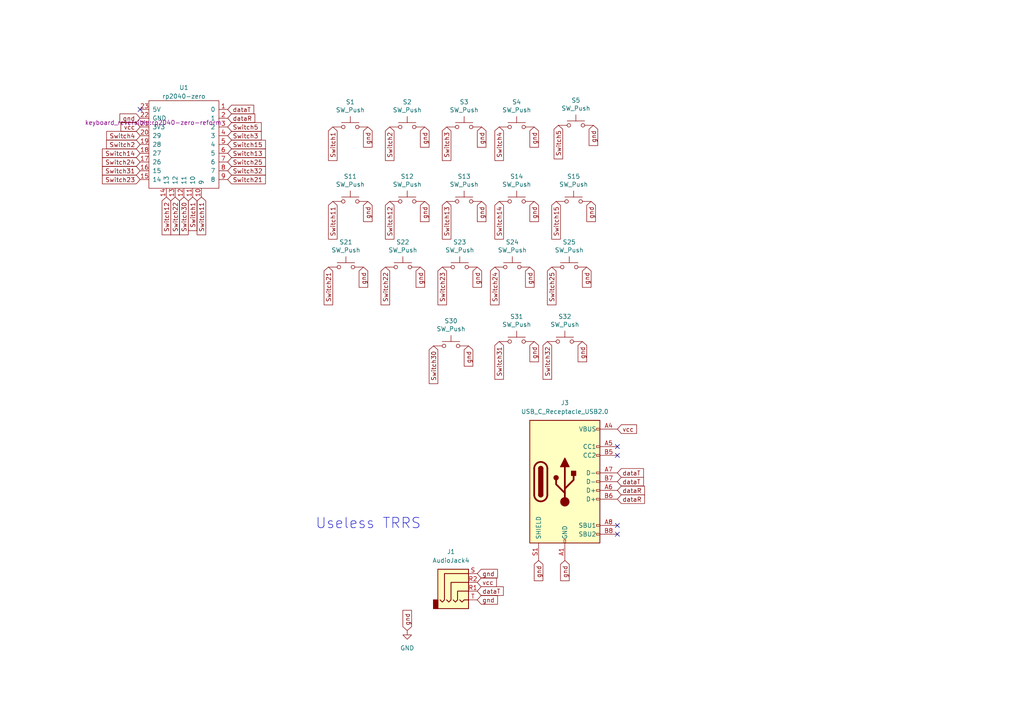
<source format=kicad_sch>
(kicad_sch (version 20230121) (generator eeschema)
  (paper "A4")
  (lib_symbols
    (symbol "Connector:USB_C_Receptacle_USB2.0" (pin_names (offset 1.016))
      (property "Reference" "J" (at -10.16 19.05 0))
      (property "Value" "USB_C_Receptacle_USB2.0" (at 19.05 19.05 0))
      (symbol "USB_C_Receptacle_USB2.0_0_0"
        (rectangle (start -0.254 -17.78) (end 0.254 -16.764))
        (rectangle (start 10.16 -14.986) (end 9.144 -15.494))
        (rectangle (start 10.16 -12.446) (end 9.144 -12.954))
        (rectangle (start 10.16 -4.826) (end 9.144 -5.334))
        (rectangle (start 10.16 -2.286) (end 9.144 -2.794))
        (rectangle (start 10.16 0.254) (end 9.144 -0.254))
        (rectangle (start 10.16 2.794) (end 9.144 2.286))
        (rectangle (start 10.16 7.874) (end 9.144 7.366))
        (rectangle (start 10.16 10.414) (end 9.144 9.906))
        (rectangle (start 10.16 15.494) (end 9.144 14.986))
      )
      (symbol "USB_C_Receptacle_USB2.0_0_1"
        (rectangle (start -10.16 17.78) (end 10.16 -17.78) (stroke (width 0.254)) (fill (type background)))
        (arc (start -8.89 -3.81) (mid -6.985 -5.7067) (end -5.08 -3.81) (stroke (width 0.508)))
        (arc (start -7.62 -3.81) (mid -6.985 -4.4423) (end -6.35 -3.81) (stroke (width 0.254)))
        (arc (start -7.62 -3.81) (mid -6.985 -4.4423) (end -6.35 -3.81) (stroke (width 0.254)) (fill (type outline)))
        (rectangle (start -7.62 -3.81) (end -6.35 3.81) (stroke (width 0.254)) (fill (type outline)))
        (arc (start -6.35 3.81) (mid -6.985 4.4423) (end -7.62 3.81) (stroke (width 0.254)))
        (arc (start -6.35 3.81) (mid -6.985 4.4423) (end -7.62 3.81) (stroke (width 0.254)) (fill (type outline)))
        (arc (start -5.08 3.81) (mid -6.985 5.7067) (end -8.89 3.81) (stroke (width 0.508)))
        (circle (center -2.54 1.143) (radius 0.635) (stroke (width 0.254)) (fill (type outline)))
        (circle (center 0 -5.842) (radius 1.27) (fill (type outline)))
        (polyline (pts (xy -8.89 -3.81) (xy -8.89 3.81)) (stroke (width 0.508)))
        (polyline (pts (xy -5.08 3.81) (xy -5.08 -3.81)) (stroke (width 0.508)))
        (polyline (pts (xy 0 -5.842) (xy 0 4.318)) (stroke (width 0.508)))
        (polyline (pts (xy 0 -3.302) (xy -2.54 -0.762) (xy -2.54 0.508)) (stroke (width 0.508)))
        (polyline (pts (xy 0 -2.032) (xy 2.54 0.508) (xy 2.54 1.778)) (stroke (width 0.508)))
        (polyline (pts (xy -1.27 4.318) (xy 0 6.858) (xy 1.27 4.318) (xy -1.27 4.318)) (stroke (width 0.254)) (fill (type outline)))
        (rectangle (start 1.905 1.778) (end 3.175 3.048) (stroke (width 0.254)) (fill (type outline)))
      )
      (symbol "USB_C_Receptacle_USB2.0_1_1"
        (pin passive line (at 0 -22.86 90) (length 5.08) (name "GND") (number "A1"))
        (pin passive line (at 0 -22.86 90) (length 5.08) hide (name "GND") (number "A12"))
        (pin passive line (at 15.24 15.24 180) (length 5.08) (name "VBUS") (number "A4"))
        (pin bidirectional line (at 15.24 10.16 180) (length 5.08) (name "CC1") (number "A5"))
        (pin bidirectional line (at 15.24 -2.54 180) (length 5.08) (name "D+") (number "A6"))
        (pin bidirectional line (at 15.24 2.54 180) (length 5.08) (name "D-") (number "A7"))
        (pin bidirectional line (at 15.24 -12.7 180) (length 5.08) (name "SBU1") (number "A8"))
        (pin passive line (at 15.24 15.24 180) (length 5.08) hide (name "VBUS") (number "A9"))
        (pin passive line (at 0 -22.86 90) (length 5.08) hide (name "GND") (number "B1"))
        (pin passive line (at 0 -22.86 90) (length 5.08) hide (name "GND") (number "B12"))
        (pin passive line (at 15.24 15.24 180) (length 5.08) hide (name "VBUS") (number "B4"))
        (pin bidirectional line (at 15.24 7.62 180) (length 5.08) (name "CC2") (number "B5"))
        (pin bidirectional line (at 15.24 -5.08 180) (length 5.08) (name "D+") (number "B6"))
        (pin bidirectional line (at 15.24 0 180) (length 5.08) (name "D-") (number "B7"))
        (pin bidirectional line (at 15.24 -15.24 180) (length 5.08) (name "SBU2") (number "B8"))
        (pin passive line (at 15.24 15.24 180) (length 5.08) hide (name "VBUS") (number "B9"))
        (pin passive line (at -7.62 -22.86 90) (length 5.08) (name "SHIELD") (number "S1"))
      )
    )
    (symbol "Connector_Audio:AudioJack4"
      (property "Reference" "J" (at 0 8.89 0))
      (property "Value" "AudioJack4" (at 0 6.35 0))
      (symbol "AudioJack4_0_1"
        (rectangle (start -6.35 -5.08) (end -7.62 -7.62) (stroke (width 0.254)) (fill (type outline)))
        (polyline (pts (xy 0 -5.08) (xy 0.635 -5.715) (xy 1.27 -5.08) (xy 2.54 -5.08)) (stroke (width 0.254)))
        (polyline (pts (xy -5.715 -5.08) (xy -5.08 -5.715) (xy -4.445 -5.08) (xy -4.445 2.54) (xy 2.54 2.54)) (stroke (width 0.254)))
        (polyline (pts (xy -1.905 -5.08) (xy -1.27 -5.715) (xy -0.635 -5.08) (xy -0.635 -2.54) (xy 2.54 -2.54)) (stroke (width 0.254)))
        (polyline (pts (xy 2.54 0) (xy -2.54 0) (xy -2.54 -5.08) (xy -3.175 -5.715) (xy -3.81 -5.08)) (stroke (width 0.254)))
        (rectangle (start 2.54 3.81) (end -6.35 -7.62) (stroke (width 0.254)) (fill (type background)))
      )
      (symbol "AudioJack4_1_1"
        (pin passive line (at 5.08 -2.54 180) (length 2.54) (name "~") (number "R1"))
        (pin passive line (at 5.08 0 180) (length 2.54) (name "~") (number "R2"))
        (pin passive line (at 5.08 2.54 180) (length 2.54) (name "~") (number "S"))
        (pin passive line (at 5.08 -5.08 180) (length 2.54) (name "~") (number "T"))
      )
    )
    (symbol "power:GND" (power) (pin_names (offset 0))
      (property "Value" "GND" (at 0 -3.81 0))
      (symbol "GND_0_1"
        (polyline (pts (xy 0 0) (xy 0 -1.27) (xy 1.27 -1.27) (xy 0 -2.54) (xy -1.27 -1.27) (xy 0 -1.27)))
      )
      (symbol "GND_1_1"
        (pin power_in line (at 0 0 270) (length 0) hide (name "GND") (number "1"))
      )
    )
    (symbol "split_keyboard:SW_Push_small" (pin_numbers hide) (pin_names (offset 1.016) hide)
      (property "Reference" "S1" (at 0 7.239 0))
      (property "Value" "SW_Push" (at 0 4.9276 0))
      (symbol "SW_Push_small_0_1"
        (circle (center -2.032 0) (radius 0.508))
        (polyline (pts (xy 0 1.27) (xy 0 3.048)))
        (polyline (pts (xy 2.54 1.27) (xy -2.54 1.27)))
        (circle (center 2.032 0) (radius 0.508))
        (pin passive line (at -5.08 0 0) (length 2.54) (name "1") (number "1"))
        (pin passive line (at 5.08 0 180) (length 2.54) (name "2") (number "2"))
      )
    )
    (symbol "split_keyboard:rp2040-supermini" (pin_names (offset 1.016))
      (property "Reference" "U1" (at 0 15.24 0))
      (property "Value" "rp2040-zero" (at 0 12.7 0))
      (property "Footprint" "keyboard_reversible:rp2040-supermini" (at -8.89 5.08 0))
      (symbol "rp2040-supermini_0_1"
        (rectangle (start -10.16 11.43) (end 10.16 -13.97))
      )
      (symbol "rp2040-supermini_1_1"
        (pin bidirectional line (at 12.7 8.89 180) (length 2.54) (name "0") (number "1"))
        (pin bidirectional line (at 5.08 -16.51 90) (length 2.54) (name "9") (number "10"))
        (pin bidirectional line (at 2.54 -16.51 90) (length 2.54) (name "10") (number "11"))
        (pin bidirectional line (at 0 -16.51 90) (length 2.54) (name "11") (number "12"))
        (pin bidirectional line (at -2.54 -16.51 90) (length 2.54) (name "12") (number "13"))
        (pin bidirectional line (at -5.08 -16.51 90) (length 2.54) (name "13") (number "14"))
        (pin bidirectional line (at -12.7 -11.43 0) (length 2.54) (name "14") (number "15"))
        (pin bidirectional line (at -12.7 -8.89 0) (length 2.54) (name "15") (number "16"))
        (pin bidirectional line (at -12.7 -6.35 0) (length 2.54) (name "26") (number "17"))
        (pin bidirectional line (at -12.7 -3.81 0) (length 2.54) (name "27") (number "18"))
        (pin bidirectional line (at -12.7 -1.27 0) (length 2.54) (name "28") (number "19"))
        (pin bidirectional line (at 12.7 6.35 180) (length 2.54) (name "1") (number "2"))
        (pin bidirectional line (at -12.7 1.27 0) (length 2.54) (name "29") (number "20"))
        (pin power_out line (at -12.7 3.81 0) (length 2.54) (name "3V3") (number "21"))
        (pin power_out line (at -12.7 6.35 0) (length 2.54) (name "GND") (number "22"))
        (pin power_out line (at -12.7 8.89 0) (length 2.54) (name "5V") (number "23"))
        (pin bidirectional line (at 12.7 3.81 180) (length 2.54) (name "2") (number "3"))
        (pin bidirectional line (at 12.7 1.27 180) (length 2.54) (name "3") (number "4"))
        (pin bidirectional line (at 12.7 -1.27 180) (length 2.54) (name "4") (number "5"))
        (pin bidirectional line (at 12.7 -3.81 180) (length 2.54) (name "5") (number "6"))
        (pin bidirectional line (at 12.7 -6.35 180) (length 2.54) (name "6") (number "7"))
        (pin bidirectional line (at 12.7 -8.89 180) (length 2.54) (name "7") (number "8"))
        (pin bidirectional line (at 12.7 -11.43 180) (length 2.54) (name "8") (number "9"))
      )
    )
  )
  (no_connect (at 40.64 31.75))
  (no_connect (at 179.07 152.4))
  (no_connect (at 179.07 132.08))
  (no_connect (at 179.07 154.94))
  (no_connect (at 179.07 129.54))
  (wire (pts (xy 40.6654 39.37) (xy 40.64 39.37)))
  (text "Useless TRRS\n" (at 91.44 153.67 0) (effects (font (size 2.9972 2.9972)) (justify left bottom)))
  (global_label "gnd" (shape input) (at 106.68 58.42 270) (property "Intersheetrefs" "${INTERSHEET_REFS}" (effects hide)))
  (global_label "Switch11" (shape input) (at 96.52 58.42 270) (property "Intersheetrefs" "${INTERSHEET_REFS}" (effects hide)))
  (global_label "Switch4" (shape input) (at 144.78 36.83 270) (property "Intersheetrefs" "${INTERSHEET_REFS}" (effects hide)))
  (global_label "gnd" (shape input) (at 118.11 182.88 90) (property "Intersheetrefs" "${INTERSHEET_REFS}" (effects hide)))
  (global_label "gnd" (shape input) (at 163.83 162.56 270) (property "Intersheetrefs" "${INTERSHEET_REFS}" (effects hide)))
  (global_label "Switch30" (shape input) (at 125.73 100.33 270) (property "Intersheetrefs" "${INTERSHEET_REFS}" (effects hide)))
  (global_label "gnd" (shape input) (at 154.94 58.42 270) (property "Intersheetrefs" "${INTERSHEET_REFS}" (effects hide)))
  (global_label "dataT" (shape input) (at 138.43 171.45 0) (property "Intersheetrefs" "${INTERSHEET_REFS}" (effects hide)))
  (global_label "Switch21" (shape input) (at 95.25 77.47 270) (property "Intersheetrefs" "${INTERSHEET_REFS}" (effects hide)))
  (global_label "Switch12" (shape input) (at 48.26 57.15 270) (property "Intersheetrefs" "${INTERSHEET_REFS}" (effects hide)))
  (global_label "vcc" (shape input) (at 138.43 168.91 0) (property "Intersheetrefs" "${INTERSHEET_REFS}" (effects hide)))
  (global_label "gnd" (shape input) (at 154.94 99.06 270) (property "Intersheetrefs" "${INTERSHEET_REFS}" (effects hide)))
  (global_label "gnd" (shape input) (at 123.19 58.42 270) (property "Intersheetrefs" "${INTERSHEET_REFS}" (effects hide)))
  (global_label "gnd" (shape input) (at 106.68 36.83 270) (property "Intersheetrefs" "${INTERSHEET_REFS}" (effects hide)))
  (global_label "gnd" (shape input) (at 171.45 58.42 270) (property "Intersheetrefs" "${INTERSHEET_REFS}" (effects hide)))
  (global_label "Switch3" (shape input) (at 129.54 36.83 270) (property "Intersheetrefs" "${INTERSHEET_REFS}" (effects hide)))
  (global_label "Switch31" (shape input) (at 144.78 99.06 270) (property "Intersheetrefs" "${INTERSHEET_REFS}" (effects hide)))
  (global_label "gnd" (shape input) (at 40.64 34.29 180) (property "Intersheetrefs" "${INTERSHEET_REFS}" (effects hide)))
  (global_label "gnd" (shape input) (at 135.89 100.33 270) (property "Intersheetrefs" "${INTERSHEET_REFS}" (effects hide)))
  (global_label "gnd" (shape input) (at 172.1104 36.3474 270) (property "Intersheetrefs" "${INTERSHEET_REFS}" (effects hide)))
  (global_label "Switch3" (shape input) (at 66.04 39.37 0) (property "Intersheetrefs" "${INTERSHEET_REFS}" (effects hide)))
  (global_label "gnd" (shape input) (at 153.67 77.47 270) (property "Intersheetrefs" "${INTERSHEET_REFS}" (effects hide)))
  (global_label "gnd" (shape input) (at 139.7 58.42 270) (property "Intersheetrefs" "${INTERSHEET_REFS}" (effects hide)))
  (global_label "gnd" (shape input) (at 154.94 36.83 270) (property "Intersheetrefs" "${INTERSHEET_REFS}" (effects hide)))
  (global_label "Switch31" (shape input) (at 40.64 49.53 180) (property "Intersheetrefs" "${INTERSHEET_REFS}" (effects hide)))
  (global_label "Switch1" (shape input) (at 55.88 57.15 270) (property "Intersheetrefs" "${INTERSHEET_REFS}" (effects hide)))
  (global_label "vcc" (shape input) (at 179.07 124.46 0) (property "Intersheetrefs" "${INTERSHEET_REFS}" (effects hide)))
  (global_label "dataT" (shape input) (at 66.04 31.75 0) (property "Intersheetrefs" "${INTERSHEET_REFS}" (effects hide)))
  (global_label "dataR" (shape input) (at 179.07 144.78 0) (property "Intersheetrefs" "${INTERSHEET_REFS}" (effects hide)))
  (global_label "gnd" (shape input) (at 121.92 77.47 270) (property "Intersheetrefs" "${INTERSHEET_REFS}" (effects hide)))
  (global_label "dataT" (shape input) (at 179.07 137.16 0) (property "Intersheetrefs" "${INTERSHEET_REFS}" (effects hide)))
  (global_label "gnd" (shape input) (at 168.91 99.06 270) (property "Intersheetrefs" "${INTERSHEET_REFS}" (effects hide)))
  (global_label "Switch22" (shape input) (at 50.8 57.15 270) (property "Intersheetrefs" "${INTERSHEET_REFS}" (effects hide)))
  (global_label "Switch21" (shape input) (at 66.04 52.07 0) (property "Intersheetrefs" "${INTERSHEET_REFS}" (effects hide)))
  (global_label "Switch25" (shape input) (at 66.04 46.99 0) (property "Intersheetrefs" "${INTERSHEET_REFS}" (effects hide)))
  (global_label "gnd" (shape input) (at 123.19 36.83 270) (property "Intersheetrefs" "${INTERSHEET_REFS}" (effects hide)))
  (global_label "Switch32" (shape input) (at 66.04 49.53 0) (property "Intersheetrefs" "${INTERSHEET_REFS}" (effects hide)))
  (global_label "Switch12" (shape input) (at 113.03 58.42 270) (property "Intersheetrefs" "${INTERSHEET_REFS}" (effects hide)))
  (global_label "Switch14" (shape input) (at 40.64 44.45 180) (property "Intersheetrefs" "${INTERSHEET_REFS}" (effects hide)))
  (global_label "Switch5" (shape input) (at 66.04 36.83 0) (property "Intersheetrefs" "${INTERSHEET_REFS}" (effects hide)))
  (global_label "gnd" (shape input) (at 138.43 166.37 0) (property "Intersheetrefs" "${INTERSHEET_REFS}" (effects hide)))
  (global_label "Switch23" (shape input) (at 40.64 52.07 180) (property "Intersheetrefs" "${INTERSHEET_REFS}" (effects hide)))
  (global_label "Switch13" (shape input) (at 66.04 44.45 0) (property "Intersheetrefs" "${INTERSHEET_REFS}" (effects hide)))
  (global_label "gnd" (shape input) (at 138.43 77.47 270) (property "Intersheetrefs" "${INTERSHEET_REFS}" (effects hide)))
  (global_label "Switch2" (shape input) (at 113.03 36.83 270) (property "Intersheetrefs" "${INTERSHEET_REFS}" (effects hide)))
  (global_label "gnd" (shape input) (at 105.41 77.47 270) (property "Intersheetrefs" "${INTERSHEET_REFS}" (effects hide)))
  (global_label "Switch15" (shape input) (at 66.04 41.91 0) (property "Intersheetrefs" "${INTERSHEET_REFS}" (effects hide)))
  (global_label "gnd" (shape input) (at 139.7 36.83 270) (property "Intersheetrefs" "${INTERSHEET_REFS}" (effects hide)))
  (global_label "Switch5" (shape input) (at 161.9504 36.3474 270) (property "Intersheetrefs" "${INTERSHEET_REFS}" (effects hide)))
  (global_label "Switch23" (shape input) (at 128.27 77.47 270) (property "Intersheetrefs" "${INTERSHEET_REFS}" (effects hide)))
  (global_label "gnd" (shape input) (at 170.18 77.47 270) (property "Intersheetrefs" "${INTERSHEET_REFS}" (effects hide)))
  (global_label "dataR" (shape input) (at 66.04 34.29 0) (property "Intersheetrefs" "${INTERSHEET_REFS}" (effects hide)))
  (global_label "dataT" (shape input) (at 179.07 139.7 0) (property "Intersheetrefs" "${INTERSHEET_REFS}" (effects hide)))
  (global_label "Switch13" (shape input) (at 129.54 58.42 270) (property "Intersheetrefs" "${INTERSHEET_REFS}" (effects hide)))
  (global_label "Switch14" (shape input) (at 144.78 58.42 270) (property "Intersheetrefs" "${INTERSHEET_REFS}" (effects hide)))
  (global_label "dataR" (shape input) (at 179.07 142.24 0) (property "Intersheetrefs" "${INTERSHEET_REFS}" (effects hide)))
  (global_label "gnd" (shape input) (at 156.21 162.56 270) (property "Intersheetrefs" "${INTERSHEET_REFS}" (effects hide)))
  (global_label "Switch11" (shape input) (at 58.42 57.15 270) (property "Intersheetrefs" "${INTERSHEET_REFS}" (effects hide)))
  (global_label "Switch32" (shape input) (at 158.75 99.06 270) (property "Intersheetrefs" "${INTERSHEET_REFS}" (effects hide)))
  (global_label "Switch25" (shape input) (at 160.02 77.47 270) (property "Intersheetrefs" "${INTERSHEET_REFS}" (effects hide)))
  (global_label "gnd" (shape input) (at 138.43 173.99 0) (property "Intersheetrefs" "${INTERSHEET_REFS}" (effects hide)))
  (global_label "Switch4" (shape input) (at 40.6654 39.37 180) (property "Intersheetrefs" "${INTERSHEET_REFS}" (effects hide)))
  (global_label "Switch30" (shape input) (at 53.34 57.15 270) (property "Intersheetrefs" "${INTERSHEET_REFS}" (effects hide)))
  (global_label "Switch2" (shape input) (at 40.64 41.91 180) (property "Intersheetrefs" "${INTERSHEET_REFS}" (effects hide)))
  (global_label "vcc" (shape input) (at 40.64 36.83 180) (property "Intersheetrefs" "${INTERSHEET_REFS}" (effects hide)))
  (global_label "Switch22" (shape input) (at 111.76 77.47 270) (property "Intersheetrefs" "${INTERSHEET_REFS}" (effects hide)))
  (global_label "Switch15" (shape input) (at 161.29 58.42 270) (property "Intersheetrefs" "${INTERSHEET_REFS}" (effects hide)))
  (global_label "Switch24" (shape input) (at 143.51 77.47 270) (property "Intersheetrefs" "${INTERSHEET_REFS}" (effects hide)))
  (global_label "Switch24" (shape input) (at 40.64 46.99 180) (property "Intersheetrefs" "${INTERSHEET_REFS}" (effects hide)))
  (global_label "Switch1" (shape input) (at 96.52 36.83 270) (property "Intersheetrefs" "${INTERSHEET_REFS}" (effects hide)))
  (symbol (lib_id "Connector:USB_C_Receptacle_USB2.0") (at 163.83 139.7 0) (unit 1)
    (property "Reference" "J3" (at 163.83 116.84 0))
    (property "Value" "USB_C_Receptacle_USB2.0" (at 163.83 119.38 0))
    (property "Footprint" "keyboard_reversible:USB_C_16p" (effects hide))
    (property "Datasheet" "https://www.usb.org/sites/default/files/documents/usb_type-c.zip" (effects hide))
  )
  (symbol (lib_id "split_keyboard:SW_Push_small") (at 163.83 99.06 0) (unit 1)
    (property "Reference" "S32" (at 163.83 91.821 0))
    (property "Value" "SW_Push" (at 163.83 94.1324 0))
    (property "Footprint" "keyswitches:SW_PG1350_reversible_solder" (effects hide))
  )
  (symbol (lib_id "split_keyboard:SW_Push_small") (at 133.35 77.47 0) (unit 1)
    (property "Reference" "S23" (at 133.35 70.231 0))
    (property "Value" "SW_Push" (at 133.35 72.5424 0))
    (property "Footprint" "keyswitches:SW_PG1350_reversible_solder" (effects hide))
  )
  (symbol (lib_id "split_keyboard:SW_Push_small") (at 134.62 36.83 0) (unit 1)
    (property "Reference" "S3" (at 134.62 29.591 0))
    (property "Value" "SW_Push" (at 134.62 31.9024 0))
    (property "Footprint" "keyswitches:SW_PG1350_reversible_solder" (effects hide))
  )
  (symbol (lib_id "split_keyboard:SW_Push_small") (at 166.37 58.42 0) (unit 1)
    (property "Reference" "S15" (at 166.37 51.181 0))
    (property "Value" "SW_Push" (at 166.37 53.4924 0))
    (property "Footprint" "keyswitches:SW_PG1350_reversible_solder" (effects hide))
  )
  (symbol (lib_id "split_keyboard:rp2040-supermini") (at 53.34 40.64 0) (unit 1)
    (property "Reference" "U1" (at 53.34 25.4 0))
    (property "Value" "rp2040-zero" (at 53.34 27.94 0))
    (property "Footprint" "keyboard_reversible:rp2040-zero-reform" (at 44.45 35.56 0))
  )
  (symbol (lib_id "split_keyboard:SW_Push_small") (at 116.84 77.47 0) (unit 1)
    (property "Reference" "S22" (at 116.84 70.231 0))
    (property "Value" "SW_Push" (at 116.84 72.5424 0))
    (property "Footprint" "keyswitches:SW_PG1350_reversible_solder" (effects hide))
  )
  (symbol (lib_id "split_keyboard:SW_Push_small") (at 101.6 36.83 0) (unit 1)
    (property "Reference" "S1" (at 101.6 29.591 0))
    (property "Value" "SW_Push" (at 101.6 31.9024 0))
    (property "Footprint" "keyswitches:SW_PG1350_reversible_solder" (effects hide))
  )
  (symbol (lib_id "split_keyboard:SW_Push_small") (at 149.86 36.83 0) (unit 1)
    (property "Reference" "S4" (at 149.86 29.591 0))
    (property "Value" "SW_Push" (at 149.86 31.9024 0))
    (property "Footprint" "keyswitches:SW_PG1350_reversible_solder" (effects hide))
  )
  (symbol (lib_id "split_keyboard:SW_Push_small") (at 148.59 77.47 0) (unit 1)
    (property "Reference" "S24" (at 148.59 70.231 0))
    (property "Value" "SW_Push" (at 148.59 72.5424 0))
    (property "Footprint" "keyswitches:SW_PG1350_reversible_solder" (effects hide))
  )
  (symbol (lib_id "split_keyboard:SW_Push_small") (at 149.86 58.42 0) (unit 1)
    (property "Reference" "S14" (at 149.86 51.181 0))
    (property "Value" "SW_Push" (at 149.86 53.4924 0))
    (property "Footprint" "keyswitches:SW_PG1350_reversible_solder" (effects hide))
  )
  (symbol (lib_id "split_keyboard:SW_Push_small") (at 118.11 58.42 0) (unit 1)
    (property "Reference" "S12" (at 118.11 51.181 0))
    (property "Value" "SW_Push" (at 118.11 53.4924 0))
    (property "Footprint" "keyswitches:SW_PG1350_reversible_solder" (effects hide))
  )
  (symbol (lib_id "split_keyboard:SW_Push_small") (at 100.33 77.47 0) (unit 1)
    (property "Reference" "S21" (at 100.33 70.231 0))
    (property "Value" "SW_Push" (at 100.33 72.5424 0))
    (property "Footprint" "keyswitches:SW_PG1350_reversible_solder" (effects hide))
  )
  (symbol (lib_id "split_keyboard:SW_Push_small") (at 165.1 77.47 0) (unit 1)
    (property "Reference" "S25" (at 165.1 70.231 0))
    (property "Value" "SW_Push" (at 165.1 72.5424 0))
    (property "Footprint" "keyswitches:SW_PG1350_reversible_solder" (effects hide))
  )
  (symbol (lib_id "Connector_Audio:AudioJack4") (at 133.35 168.91 0) (unit 1)
    (property "Reference" "J1" (at 130.81 160.02 0))
    (property "Value" "AudioJack4" (at 130.81 162.56 0))
    (property "Footprint" "keyboard_reversible:TRRS-PJ-320A" (effects hide))
  )
  (symbol (lib_id "split_keyboard:SW_Push_small") (at 118.11 36.83 0) (unit 1)
    (property "Reference" "S2" (at 118.11 29.591 0))
    (property "Value" "SW_Push" (at 118.11 31.9024 0))
    (property "Footprint" "keyswitches:SW_PG1350_reversible_solder" (effects hide))
  )
  (symbol (lib_id "split_keyboard:SW_Push_small") (at 130.81 100.33 0) (unit 1)
    (property "Reference" "S30" (at 130.81 93.091 0))
    (property "Value" "SW_Push" (at 130.81 95.4024 0))
    (property "Footprint" "keyswitches:SW_PG1350_reversible_solder" (effects hide))
  )
  (symbol (lib_id "split_keyboard:SW_Push_small") (at 167.0304 36.3474 0) (unit 1)
    (property "Reference" "S5" (at 167.0304 29.1084 0))
    (property "Value" "SW_Push" (at 167.0304 31.4198 0))
    (property "Footprint" "keyswitches:SW_PG1350_reversible_solder" (effects hide))
  )
  (symbol (lib_id "power:GND") (at 118.11 182.88 0) (unit 1)
    (property "Reference" "#PWR01" (effects hide))
    (property "Value" "GND" (at 118.11 187.96 0))
  )
  (symbol (lib_id "split_keyboard:SW_Push_small") (at 134.62 58.42 0) (unit 1)
    (property "Reference" "S13" (at 134.62 51.181 0))
    (property "Value" "SW_Push" (at 134.62 53.4924 0))
    (property "Footprint" "keyswitches:SW_PG1350_reversible_solder" (effects hide))
  )
  (symbol (lib_id "split_keyboard:SW_Push_small") (at 101.6 58.42 0) (unit 1)
    (property "Reference" "S11" (at 101.6 51.181 0))
    (property "Value" "SW_Push" (at 101.6 53.4924 0))
    (property "Footprint" "keyswitches:SW_PG1350_reversible_solder" (effects hide))
  )
  (symbol (lib_id "split_keyboard:SW_Push_small") (at 149.86 99.06 0) (unit 1)
    (property "Reference" "S31" (at 149.86 91.821 0))
    (property "Value" "SW_Push" (at 149.86 94.1324 0))
    (property "Footprint" "keyswitches:SW_PG1350_reversible_solder" (effects hide))
  )
)
</source>
